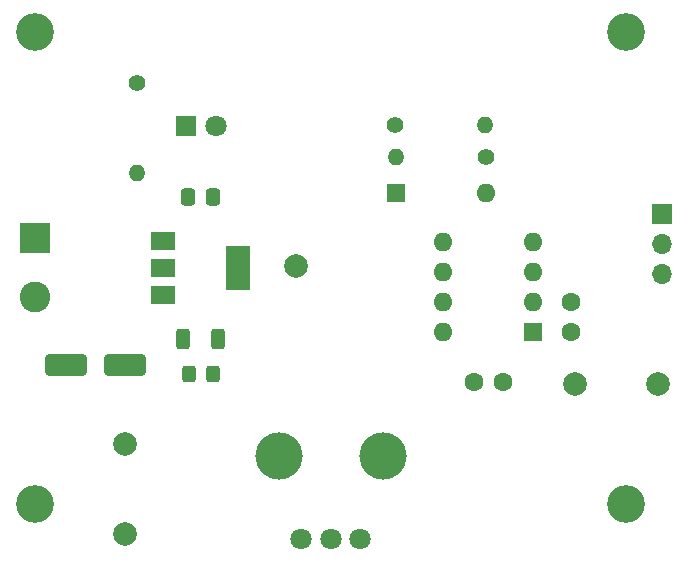
<source format=gbr>
%TF.GenerationSoftware,KiCad,Pcbnew,7.0.5*%
%TF.CreationDate,2023-06-11T14:56:47+10:00*%
%TF.ProjectId,Servo Controller 555,53657276-6f20-4436-9f6e-74726f6c6c65,rev?*%
%TF.SameCoordinates,Original*%
%TF.FileFunction,Soldermask,Top*%
%TF.FilePolarity,Negative*%
%FSLAX46Y46*%
G04 Gerber Fmt 4.6, Leading zero omitted, Abs format (unit mm)*
G04 Created by KiCad (PCBNEW 7.0.5) date 2023-06-11 14:56:47*
%MOMM*%
%LPD*%
G01*
G04 APERTURE LIST*
G04 Aperture macros list*
%AMRoundRect*
0 Rectangle with rounded corners*
0 $1 Rounding radius*
0 $2 $3 $4 $5 $6 $7 $8 $9 X,Y pos of 4 corners*
0 Add a 4 corners polygon primitive as box body*
4,1,4,$2,$3,$4,$5,$6,$7,$8,$9,$2,$3,0*
0 Add four circle primitives for the rounded corners*
1,1,$1+$1,$2,$3*
1,1,$1+$1,$4,$5*
1,1,$1+$1,$6,$7*
1,1,$1+$1,$8,$9*
0 Add four rect primitives between the rounded corners*
20,1,$1+$1,$2,$3,$4,$5,0*
20,1,$1+$1,$4,$5,$6,$7,0*
20,1,$1+$1,$6,$7,$8,$9,0*
20,1,$1+$1,$8,$9,$2,$3,0*%
G04 Aperture macros list end*
%ADD10C,2.000000*%
%ADD11RoundRect,0.250000X0.337500X0.475000X-0.337500X0.475000X-0.337500X-0.475000X0.337500X-0.475000X0*%
%ADD12C,3.200000*%
%ADD13R,2.600000X2.600000*%
%ADD14C,2.600000*%
%ADD15R,1.800000X1.800000*%
%ADD16C,1.800000*%
%ADD17C,1.600000*%
%ADD18R,2.000000X1.500000*%
%ADD19R,2.000000X3.800000*%
%ADD20C,1.400000*%
%ADD21O,1.400000X1.400000*%
%ADD22R,1.600000X1.600000*%
%ADD23O,1.600000X1.600000*%
%ADD24R,1.700000X1.700000*%
%ADD25O,1.700000X1.700000*%
%ADD26RoundRect,0.250000X0.325000X0.450000X-0.325000X0.450000X-0.325000X-0.450000X0.325000X-0.450000X0*%
%ADD27RoundRect,0.250000X1.500000X0.650000X-1.500000X0.650000X-1.500000X-0.650000X1.500000X-0.650000X0*%
%ADD28RoundRect,0.250000X0.312500X0.625000X-0.312500X0.625000X-0.312500X-0.625000X0.312500X-0.625000X0*%
%ADD29C,4.000000*%
G04 APERTURE END LIST*
D10*
%TO.C,TP5*%
X242705000Y-94840000D03*
%TD*%
%TO.C,TP4*%
X235720000Y-94840000D03*
%TD*%
%TO.C,TP3*%
X197620000Y-107540000D03*
%TD*%
%TO.C,TP2*%
X212090000Y-84836000D03*
%TD*%
%TO.C,TP1*%
X197620000Y-99920000D03*
%TD*%
D11*
%TO.C,C3*%
X205037500Y-79000000D03*
X202962500Y-79000000D03*
%TD*%
D12*
%TO.C,REF\u002A\u002A*%
X240000000Y-65000000D03*
%TD*%
D13*
%TO.C,J2*%
X190000000Y-82500000D03*
D14*
X190000000Y-87500000D03*
%TD*%
D15*
%TO.C,D4*%
X202747500Y-73000000D03*
D16*
X205287500Y-73000000D03*
%TD*%
D17*
%TO.C,C2*%
X227106000Y-94624000D03*
X229606000Y-94624000D03*
%TD*%
D18*
%TO.C,U2*%
X200850000Y-82700000D03*
X200850000Y-85000000D03*
D19*
X207150000Y-85000000D03*
D18*
X200850000Y-87300000D03*
%TD*%
D20*
%TO.C,R2*%
X220438000Y-72898000D03*
D21*
X228058000Y-72898000D03*
%TD*%
D12*
%TO.C,REF\u002A\u002A*%
X190000000Y-65000000D03*
%TD*%
D20*
%TO.C,R1*%
X228166000Y-75624000D03*
D21*
X220546000Y-75624000D03*
%TD*%
D22*
%TO.C,U1*%
X232156000Y-90424000D03*
D23*
X232156000Y-87884000D03*
X232156000Y-85344000D03*
X232156000Y-82804000D03*
X224536000Y-82804000D03*
X224536000Y-85344000D03*
X224536000Y-87884000D03*
X224536000Y-90424000D03*
%TD*%
D24*
%TO.C,J1*%
X243078000Y-80460000D03*
D25*
X243078000Y-83000000D03*
X243078000Y-85540000D03*
%TD*%
D26*
%TO.C,D3*%
X205025000Y-94000000D03*
X202975000Y-94000000D03*
%TD*%
D12*
%TO.C,REF\u002A\u002A*%
X240000000Y-105000000D03*
%TD*%
D20*
%TO.C,R4*%
X198628000Y-69342000D03*
D21*
X198628000Y-76962000D03*
%TD*%
D27*
%TO.C,D2*%
X197572000Y-93218000D03*
X192572000Y-93218000D03*
%TD*%
D28*
%TO.C,R3*%
X205462500Y-91000000D03*
X202537500Y-91000000D03*
%TD*%
D29*
%TO.C,RV1*%
X210600000Y-100950000D03*
X219400000Y-100950000D03*
D16*
X217500000Y-107950000D03*
X215000000Y-107950000D03*
X212500000Y-107950000D03*
%TD*%
D17*
%TO.C,C1*%
X235356000Y-87924000D03*
X235356000Y-90424000D03*
%TD*%
D12*
%TO.C,REF\u002A\u002A*%
X190000000Y-105000000D03*
%TD*%
D22*
%TO.C,D1*%
X220546000Y-78624000D03*
D23*
X228166000Y-78624000D03*
%TD*%
M02*

</source>
